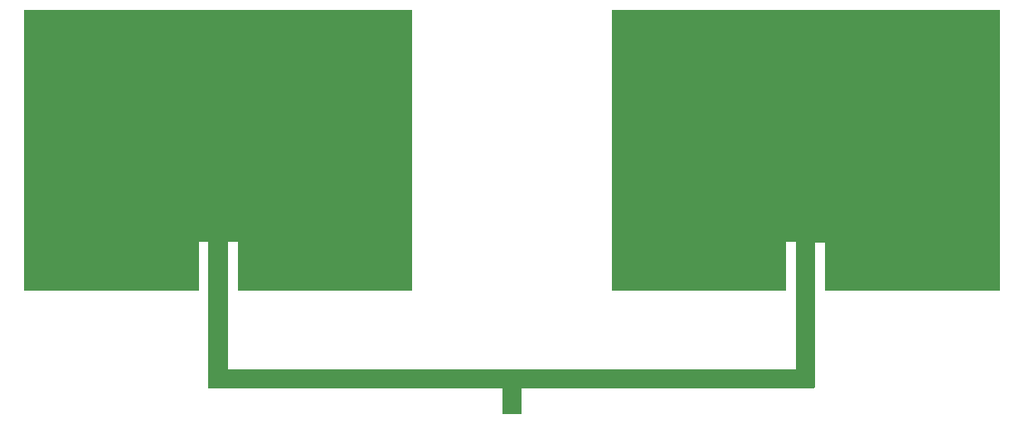
<source format=gbr>
%TF.GenerationSoftware,Altium Limited,Altium Designer,25.3.3 (18)*%
G04 Layer_Physical_Order=1*
G04 Layer_Color=255*
%FSLAX45Y45*%
%MOMM*%
%TF.SameCoordinates,F21CFDAD-65CE-4231-B244-55000ABAC2C6*%
%TF.FilePolarity,Positive*%
%TF.FileFunction,Copper,L1,Top,Signal*%
%TF.Part,Single*%
G01*
G75*
%TA.AperFunction,ViaPad*%
%ADD10C,1.70000*%
G36*
X15245955Y5564101D02*
X15245953Y5564100D01*
X13465955D01*
Y6064100D01*
X13458057Y6056203D01*
X13360400D01*
Y4578979D01*
X13345522Y4564100D01*
X10367200D01*
Y4306800D01*
X10167200D01*
Y4564100D01*
X7167200D01*
Y6064100D01*
X7067200D01*
Y5564100D01*
X5287200D01*
Y8434099D01*
X5287201Y8434100D01*
X9247200D01*
Y5564101D01*
X9247200Y5564100D01*
X7467200D01*
Y6064100D01*
X7367200D01*
Y4764100D01*
X13167200D01*
Y6064100D01*
X13167200Y6064100D01*
X13067200D01*
Y5564100D01*
X11285955D01*
Y8434100D01*
X15245955D01*
Y5564101D01*
D02*
G37*
D10*
X10267200Y4432300D02*
D03*
%TF.MD5,69c83defd9f8b88cbe90ab7376374516*%
M02*

</source>
